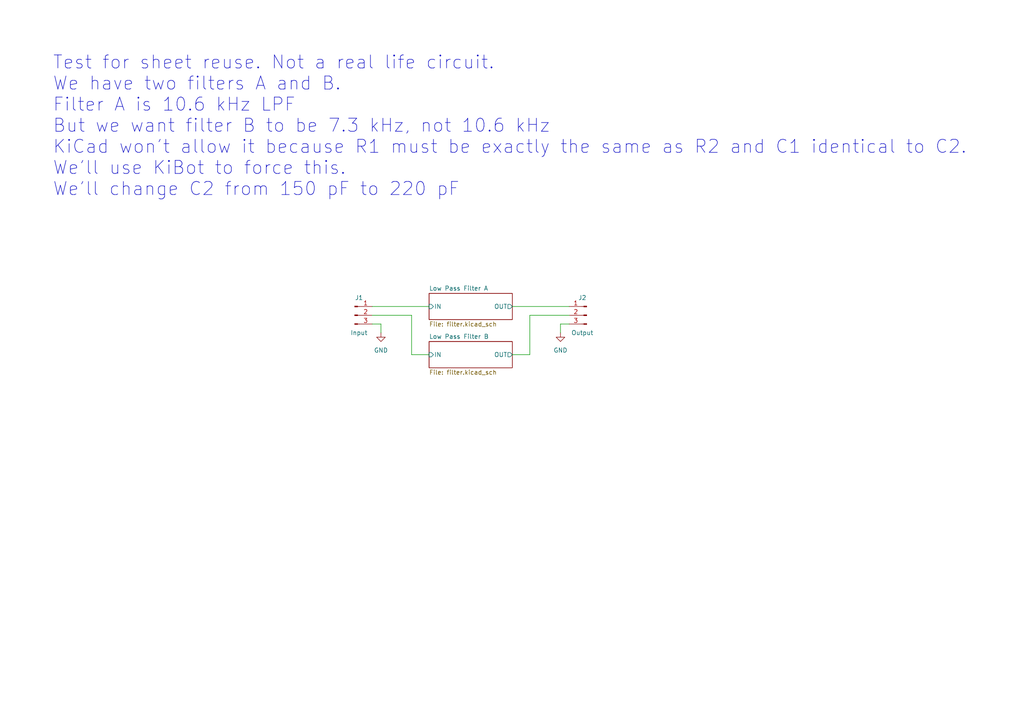
<source format=kicad_sch>
(kicad_sch (version 20211123) (generator eeschema)
  (paper "A4")
  (lib_symbols
    (symbol "Connector:Conn_01x03_Male" (pin_names (offset 1.016) hide)
      (property "Reference" "J" (at 0 5.08 0))
      (property "Value" "Conn_01x03_Male" (at 0 -5.08 0))
      (symbol "Conn_01x03_Male_1_1"
        (polyline (pts (xy 1.27 -2.54) (xy 0.8636 -2.54)) (stroke (width 0.1524)))
        (polyline (pts (xy 1.27 0) (xy 0.8636 0)) (stroke (width 0.1524)))
        (polyline (pts (xy 1.27 2.54) (xy 0.8636 2.54)) (stroke (width 0.1524)))
        (rectangle (start 0.8636 -2.413) (end 0 -2.667) (stroke (width 0.1524)) (fill (type outline)))
        (rectangle (start 0.8636 0.127) (end 0 -0.127) (stroke (width 0.1524)) (fill (type outline)))
        (rectangle (start 0.8636 2.667) (end 0 2.413) (stroke (width 0.1524)) (fill (type outline)))
        (pin passive line (at 5.08 2.54 180) (length 3.81) (name "Pin_1") (number "1"))
        (pin passive line (at 5.08 0 180) (length 3.81) (name "Pin_2") (number "2"))
        (pin passive line (at 5.08 -2.54 180) (length 3.81) (name "Pin_3") (number "3"))
      )
    )
    (symbol "power:GND" (power) (pin_names (offset 0))
      (property "Value" "GND" (at 0 -3.81 0))
      (symbol "GND_0_1"
        (polyline (pts (xy 0 0) (xy 0 -1.27) (xy 1.27 -1.27) (xy 0 -2.54) (xy -1.27 -1.27) (xy 0 -1.27)))
      )
      (symbol "GND_1_1"
        (pin power_in line (at 0 0 270) (length 0) hide (name "GND") (number "1"))
      )
    )
  )
  (wire (pts (xy 148.59 102.87) (xy 153.67 102.87)))
  (wire (pts (xy 153.67 102.87) (xy 153.67 91.44)))
  (wire (pts (xy 119.38 91.44) (xy 119.38 102.87)))
  (wire (pts (xy 148.59 88.9) (xy 165.1 88.9)))
  (wire (pts (xy 119.38 102.87) (xy 124.46 102.87)))
  (wire (pts (xy 107.95 91.44) (xy 119.38 91.44)))
  (wire (pts (xy 162.56 93.98) (xy 162.56 96.52)))
  (wire (pts (xy 110.49 93.98) (xy 110.49 96.52)))
  (wire (pts (xy 107.95 93.98) (xy 110.49 93.98)))
  (wire (pts (xy 165.1 93.98) (xy 162.56 93.98)))
  (wire (pts (xy 153.67 91.44) (xy 165.1 91.44)))
  (wire (pts (xy 107.95 88.9) (xy 124.46 88.9)))
  (text "Test for sheet reuse. Not a real life circuit.\nWe have two filters A and B.\nFilter A is 10.6 kHz LPF\nBut we want filter B to be 7.3 kHz, not 10.6 kHz\nKiCad won't allow it because R1 must be exactly the same as R2 and C1 identical to C2.\nWe'll use KiBot to force this.\nWe'll change C2 from 150 pF to 220 pF" (at 15.24 57.15 0) (effects (font (size 3.8 3.8)) (justify left bottom)))
  (symbol (lib_id "power:GND") (at 162.56 96.52 0) (unit 1)
    (property "Reference" "#PWR?" (effects hide))
    (property "Value" "GND" (at 162.56 101.6 0))
  )
  (symbol (lib_id "Connector:Conn_01x03_Male") (at 170.18 91.44 0) (mirror y) (unit 1)
    (property "Reference" "J2" (at 168.91 86.36 0))
    (property "Value" "Output" (at 168.91 96.52 0))
  )
  (symbol (lib_id "power:GND") (at 110.49 96.52 0) (unit 1)
    (property "Reference" "#PWR?" (effects hide))
    (property "Value" "GND" (at 110.49 101.6 0))
  )
  (symbol (lib_id "Connector:Conn_01x03_Male") (at 102.87 91.44 0) (unit 1)
    (property "Reference" "J1" (at 104.14 86.36 0))
    (property "Value" "Input" (at 104.14 96.52 0))
  )
  (sheet (at 124.46 99.06) (size 24.13 7.62) (stroke (width 0.1524))
    (property "Sheet name" "Low Pass Filter B" (at 124.46 98.3484 0) (effects (justify left bottom)))
    (property "Sheet file" "filter.kicad_sch" (at 124.46 107.2646 0) (effects (justify left top)))
    (pin "IN" input (at 124.46 102.87 180))
    (pin "OUT" output (at 148.59 102.87 0))
  )
  (sheet (at 124.46 85.09) (size 24.13 7.62) (stroke (width 0.1524))
    (property "Sheet name" "Low Pass Filter A" (at 124.46 84.3784 0) (effects (justify left bottom)))
    (property "Sheet file" "filter.kicad_sch" (at 124.46 93.2946 0) (effects (justify left top)))
    (pin "IN" input (at 124.46 88.9 180))
    (pin "OUT" output (at 148.59 88.9 0))
  )
)
</source>
